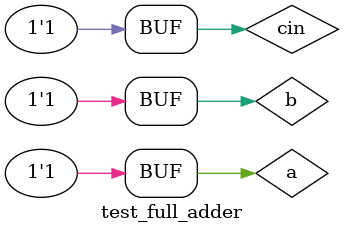
<source format=v>
`timescale 1ns / 1ps


module test_full_adder;

	// Inputs
	reg a;
	reg b;
	reg cin;

	// Outputs
	wire s;
	wire cout;

	// Instantiate the Unit Under Test (UUT)
	fulladder uut (
		.a(a), 
		.b(b), 
		.cin(cin), 
		.s(s), 
		.cout(cout)
	);

	initial begin
		// Initialize Inputs
		a = 0;
		b = 0;
		cin = 0;
		#10 a = 0; b = 1; cin = 0;
		#10 a = 1; b = 0; cin = 0;
		#10 a = 1; b = 1; cin = 0;
		#10 a = 0; b = 1; cin = 1;
		#10 a = 1; b = 0; cin = 1;
		#10 a = 1; b = 1; cin = 1;

		// Wait 100 ns for global reset to finish
		#100;

        
		// Add stimulus here


	end
      
endmodule


</source>
